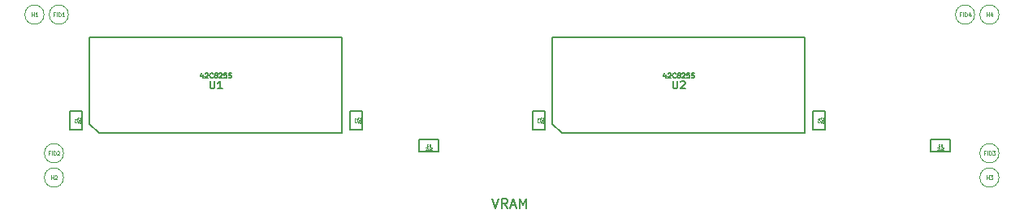
<source format=gbr>
G04 #@! TF.GenerationSoftware,KiCad,Pcbnew,(5.1.10-1-10_14)*
G04 #@! TF.CreationDate,2021-06-01T05:34:23-04:00*
G04 #@! TF.ProjectId,MacVRAMSIMM,4d616356-5241-44d5-9349-4d4d2e6b6963,rev?*
G04 #@! TF.SameCoordinates,Original*
G04 #@! TF.FileFunction,Other,Fab,Top*
%FSLAX46Y46*%
G04 Gerber Fmt 4.6, Leading zero omitted, Abs format (unit mm)*
G04 Created by KiCad (PCBNEW (5.1.10-1-10_14)) date 2021-06-01 05:34:23*
%MOMM*%
%LPD*%
G01*
G04 APERTURE LIST*
%ADD10C,0.150000*%
%ADD11C,0.100000*%
%ADD12C,0.063500*%
%ADD13C,0.203200*%
%ADD14C,0.127000*%
G04 APERTURE END LIST*
D10*
X164315000Y-123243500D02*
X164315000Y-121993500D01*
X164315000Y-121993500D02*
X166315000Y-121993500D01*
X166315000Y-121993500D02*
X166315000Y-123243500D01*
X166315000Y-123243500D02*
X164315000Y-123243500D01*
X112975000Y-123243500D02*
X110975000Y-123243500D01*
X112975000Y-121993500D02*
X112975000Y-123243500D01*
X110975000Y-121993500D02*
X112975000Y-121993500D01*
X110975000Y-123243500D02*
X110975000Y-121993500D01*
X77629000Y-121352000D02*
X76629000Y-120352000D01*
X77629000Y-121352000D02*
X102949000Y-121352000D01*
X102949000Y-111312000D02*
X102949000Y-121352000D01*
X76629000Y-111312000D02*
X102949000Y-111312000D01*
X76629000Y-120352000D02*
X76629000Y-111312000D01*
X124889000Y-120352000D02*
X124889000Y-111312000D01*
X124889000Y-111312000D02*
X151209000Y-111312000D01*
X151209000Y-111312000D02*
X151209000Y-121352000D01*
X125889000Y-121352000D02*
X151209000Y-121352000D01*
X125889000Y-121352000D02*
X124889000Y-120352000D01*
X75809000Y-121015000D02*
X74559000Y-121015000D01*
X74559000Y-121015000D02*
X74559000Y-119015000D01*
X74559000Y-119015000D02*
X75809000Y-119015000D01*
X75809000Y-119015000D02*
X75809000Y-121015000D01*
X153279000Y-119015000D02*
X153279000Y-121015000D01*
X152029000Y-119015000D02*
X153279000Y-119015000D01*
X152029000Y-121015000D02*
X152029000Y-119015000D01*
X153279000Y-121015000D02*
X152029000Y-121015000D01*
X124069000Y-119015000D02*
X124069000Y-121015000D01*
X122819000Y-119015000D02*
X124069000Y-119015000D01*
X122819000Y-121015000D02*
X122819000Y-119015000D01*
X124069000Y-121015000D02*
X122819000Y-121015000D01*
D11*
X73898000Y-123444000D02*
G75*
G03*
X73898000Y-123444000I-1000000J0D01*
G01*
X171434000Y-123444000D02*
G75*
G03*
X171434000Y-123444000I-1000000J0D01*
G01*
X168894000Y-108966000D02*
G75*
G03*
X168894000Y-108966000I-1000000J0D01*
G01*
X74406000Y-108966000D02*
G75*
G03*
X74406000Y-108966000I-1000000J0D01*
G01*
X73898000Y-125984000D02*
G75*
G03*
X73898000Y-125984000I-1000000J0D01*
G01*
X171434000Y-125984000D02*
G75*
G03*
X171434000Y-125984000I-1000000J0D01*
G01*
X71866000Y-108966000D02*
G75*
G03*
X71866000Y-108966000I-1000000J0D01*
G01*
X171434000Y-108966000D02*
G75*
G03*
X171434000Y-108966000I-1000000J0D01*
G01*
D10*
X105019000Y-121015000D02*
X103769000Y-121015000D01*
X103769000Y-121015000D02*
X103769000Y-119015000D01*
X103769000Y-119015000D02*
X105019000Y-119015000D01*
X105019000Y-119015000D02*
X105019000Y-121015000D01*
D12*
X165272666Y-122709214D02*
X165260571Y-122721309D01*
X165224285Y-122733404D01*
X165200095Y-122733404D01*
X165163809Y-122721309D01*
X165139619Y-122697119D01*
X165127523Y-122672928D01*
X165115428Y-122624547D01*
X165115428Y-122588261D01*
X165127523Y-122539880D01*
X165139619Y-122515690D01*
X165163809Y-122491500D01*
X165200095Y-122479404D01*
X165224285Y-122479404D01*
X165260571Y-122491500D01*
X165272666Y-122503595D01*
X165490380Y-122479404D02*
X165442000Y-122479404D01*
X165417809Y-122491500D01*
X165405714Y-122503595D01*
X165381523Y-122539880D01*
X165369428Y-122588261D01*
X165369428Y-122685023D01*
X165381523Y-122709214D01*
X165393619Y-122721309D01*
X165417809Y-122733404D01*
X165466190Y-122733404D01*
X165490380Y-122721309D01*
X165502476Y-122709214D01*
X165514571Y-122685023D01*
X165514571Y-122624547D01*
X165502476Y-122600357D01*
X165490380Y-122588261D01*
X165466190Y-122576166D01*
X165417809Y-122576166D01*
X165393619Y-122588261D01*
X165381523Y-122600357D01*
X165369428Y-122624547D01*
X165006571Y-122853595D02*
X165018666Y-122841500D01*
X165042857Y-122829404D01*
X165103333Y-122829404D01*
X165127523Y-122841500D01*
X165139619Y-122853595D01*
X165151714Y-122877785D01*
X165151714Y-122901976D01*
X165139619Y-122938261D01*
X164994476Y-123083404D01*
X165151714Y-123083404D01*
X165369428Y-122914071D02*
X165369428Y-123083404D01*
X165260571Y-122914071D02*
X165260571Y-123047119D01*
X165272666Y-123071309D01*
X165296857Y-123083404D01*
X165333142Y-123083404D01*
X165357333Y-123071309D01*
X165369428Y-123059214D01*
X165478285Y-122853595D02*
X165490380Y-122841500D01*
X165514571Y-122829404D01*
X165575047Y-122829404D01*
X165599238Y-122841500D01*
X165611333Y-122853595D01*
X165623428Y-122877785D01*
X165623428Y-122901976D01*
X165611333Y-122938261D01*
X165466190Y-123083404D01*
X165623428Y-123083404D01*
X111932666Y-122709214D02*
X111920571Y-122721309D01*
X111884285Y-122733404D01*
X111860095Y-122733404D01*
X111823809Y-122721309D01*
X111799619Y-122697119D01*
X111787523Y-122672928D01*
X111775428Y-122624547D01*
X111775428Y-122588261D01*
X111787523Y-122539880D01*
X111799619Y-122515690D01*
X111823809Y-122491500D01*
X111860095Y-122479404D01*
X111884285Y-122479404D01*
X111920571Y-122491500D01*
X111932666Y-122503595D01*
X112162476Y-122479404D02*
X112041523Y-122479404D01*
X112029428Y-122600357D01*
X112041523Y-122588261D01*
X112065714Y-122576166D01*
X112126190Y-122576166D01*
X112150380Y-122588261D01*
X112162476Y-122600357D01*
X112174571Y-122624547D01*
X112174571Y-122685023D01*
X112162476Y-122709214D01*
X112150380Y-122721309D01*
X112126190Y-122733404D01*
X112065714Y-122733404D01*
X112041523Y-122721309D01*
X112029428Y-122709214D01*
X111666571Y-122853595D02*
X111678666Y-122841500D01*
X111702857Y-122829404D01*
X111763333Y-122829404D01*
X111787523Y-122841500D01*
X111799619Y-122853595D01*
X111811714Y-122877785D01*
X111811714Y-122901976D01*
X111799619Y-122938261D01*
X111654476Y-123083404D01*
X111811714Y-123083404D01*
X112029428Y-122914071D02*
X112029428Y-123083404D01*
X111920571Y-122914071D02*
X111920571Y-123047119D01*
X111932666Y-123071309D01*
X111956857Y-123083404D01*
X111993142Y-123083404D01*
X112017333Y-123071309D01*
X112029428Y-123059214D01*
X112138285Y-122853595D02*
X112150380Y-122841500D01*
X112174571Y-122829404D01*
X112235047Y-122829404D01*
X112259238Y-122841500D01*
X112271333Y-122853595D01*
X112283428Y-122877785D01*
X112283428Y-122901976D01*
X112271333Y-122938261D01*
X112126190Y-123083404D01*
X112283428Y-123083404D01*
D13*
X89169723Y-115886895D02*
X89169723Y-116544876D01*
X89208428Y-116622285D01*
X89247133Y-116660990D01*
X89324542Y-116699695D01*
X89479361Y-116699695D01*
X89556771Y-116660990D01*
X89595476Y-116622285D01*
X89634180Y-116544876D01*
X89634180Y-115886895D01*
X90446980Y-116699695D02*
X89982523Y-116699695D01*
X90214752Y-116699695D02*
X90214752Y-115886895D01*
X90137342Y-116003009D01*
X90059933Y-116080419D01*
X89982523Y-116119123D01*
D14*
X88422238Y-115223142D02*
X88422238Y-115561809D01*
X88301285Y-115029619D02*
X88180333Y-115392476D01*
X88494809Y-115392476D01*
X88664142Y-115102190D02*
X88688333Y-115078000D01*
X88736714Y-115053809D01*
X88857666Y-115053809D01*
X88906047Y-115078000D01*
X88930238Y-115102190D01*
X88954428Y-115150571D01*
X88954428Y-115198952D01*
X88930238Y-115271523D01*
X88639952Y-115561809D01*
X88954428Y-115561809D01*
X89462428Y-115513428D02*
X89438238Y-115537619D01*
X89365666Y-115561809D01*
X89317285Y-115561809D01*
X89244714Y-115537619D01*
X89196333Y-115489238D01*
X89172142Y-115440857D01*
X89147952Y-115344095D01*
X89147952Y-115271523D01*
X89172142Y-115174761D01*
X89196333Y-115126380D01*
X89244714Y-115078000D01*
X89317285Y-115053809D01*
X89365666Y-115053809D01*
X89438238Y-115078000D01*
X89462428Y-115102190D01*
X89752714Y-115271523D02*
X89704333Y-115247333D01*
X89680142Y-115223142D01*
X89655952Y-115174761D01*
X89655952Y-115150571D01*
X89680142Y-115102190D01*
X89704333Y-115078000D01*
X89752714Y-115053809D01*
X89849476Y-115053809D01*
X89897857Y-115078000D01*
X89922047Y-115102190D01*
X89946238Y-115150571D01*
X89946238Y-115174761D01*
X89922047Y-115223142D01*
X89897857Y-115247333D01*
X89849476Y-115271523D01*
X89752714Y-115271523D01*
X89704333Y-115295714D01*
X89680142Y-115319904D01*
X89655952Y-115368285D01*
X89655952Y-115465047D01*
X89680142Y-115513428D01*
X89704333Y-115537619D01*
X89752714Y-115561809D01*
X89849476Y-115561809D01*
X89897857Y-115537619D01*
X89922047Y-115513428D01*
X89946238Y-115465047D01*
X89946238Y-115368285D01*
X89922047Y-115319904D01*
X89897857Y-115295714D01*
X89849476Y-115271523D01*
X90139761Y-115102190D02*
X90163952Y-115078000D01*
X90212333Y-115053809D01*
X90333285Y-115053809D01*
X90381666Y-115078000D01*
X90405857Y-115102190D01*
X90430047Y-115150571D01*
X90430047Y-115198952D01*
X90405857Y-115271523D01*
X90115571Y-115561809D01*
X90430047Y-115561809D01*
X90889666Y-115053809D02*
X90647761Y-115053809D01*
X90623571Y-115295714D01*
X90647761Y-115271523D01*
X90696142Y-115247333D01*
X90817095Y-115247333D01*
X90865476Y-115271523D01*
X90889666Y-115295714D01*
X90913857Y-115344095D01*
X90913857Y-115465047D01*
X90889666Y-115513428D01*
X90865476Y-115537619D01*
X90817095Y-115561809D01*
X90696142Y-115561809D01*
X90647761Y-115537619D01*
X90623571Y-115513428D01*
X91373476Y-115053809D02*
X91131571Y-115053809D01*
X91107380Y-115295714D01*
X91131571Y-115271523D01*
X91179952Y-115247333D01*
X91300904Y-115247333D01*
X91349285Y-115271523D01*
X91373476Y-115295714D01*
X91397666Y-115344095D01*
X91397666Y-115465047D01*
X91373476Y-115513428D01*
X91349285Y-115537619D01*
X91300904Y-115561809D01*
X91179952Y-115561809D01*
X91131571Y-115537619D01*
X91107380Y-115513428D01*
D10*
X118613466Y-128179580D02*
X118946800Y-129179580D01*
X119280133Y-128179580D01*
X120184895Y-129179580D02*
X119851561Y-128703390D01*
X119613466Y-129179580D02*
X119613466Y-128179580D01*
X119994419Y-128179580D01*
X120089657Y-128227200D01*
X120137276Y-128274819D01*
X120184895Y-128370057D01*
X120184895Y-128512914D01*
X120137276Y-128608152D01*
X120089657Y-128655771D01*
X119994419Y-128703390D01*
X119613466Y-128703390D01*
X120565847Y-128893866D02*
X121042038Y-128893866D01*
X120470609Y-129179580D02*
X120803942Y-128179580D01*
X121137276Y-129179580D01*
X121470609Y-129179580D02*
X121470609Y-128179580D01*
X121803942Y-128893866D01*
X122137276Y-128179580D01*
X122137276Y-129179580D01*
D13*
X137429723Y-115886895D02*
X137429723Y-116544876D01*
X137468428Y-116622285D01*
X137507133Y-116660990D01*
X137584542Y-116699695D01*
X137739361Y-116699695D01*
X137816771Y-116660990D01*
X137855476Y-116622285D01*
X137894180Y-116544876D01*
X137894180Y-115886895D01*
X138242523Y-115964304D02*
X138281228Y-115925600D01*
X138358638Y-115886895D01*
X138552161Y-115886895D01*
X138629571Y-115925600D01*
X138668276Y-115964304D01*
X138706980Y-116041714D01*
X138706980Y-116119123D01*
X138668276Y-116235238D01*
X138203819Y-116699695D01*
X138706980Y-116699695D01*
D14*
X136682238Y-115223142D02*
X136682238Y-115561809D01*
X136561285Y-115029619D02*
X136440333Y-115392476D01*
X136754809Y-115392476D01*
X136924142Y-115102190D02*
X136948333Y-115078000D01*
X136996714Y-115053809D01*
X137117666Y-115053809D01*
X137166047Y-115078000D01*
X137190238Y-115102190D01*
X137214428Y-115150571D01*
X137214428Y-115198952D01*
X137190238Y-115271523D01*
X136899952Y-115561809D01*
X137214428Y-115561809D01*
X137722428Y-115513428D02*
X137698238Y-115537619D01*
X137625666Y-115561809D01*
X137577285Y-115561809D01*
X137504714Y-115537619D01*
X137456333Y-115489238D01*
X137432142Y-115440857D01*
X137407952Y-115344095D01*
X137407952Y-115271523D01*
X137432142Y-115174761D01*
X137456333Y-115126380D01*
X137504714Y-115078000D01*
X137577285Y-115053809D01*
X137625666Y-115053809D01*
X137698238Y-115078000D01*
X137722428Y-115102190D01*
X138012714Y-115271523D02*
X137964333Y-115247333D01*
X137940142Y-115223142D01*
X137915952Y-115174761D01*
X137915952Y-115150571D01*
X137940142Y-115102190D01*
X137964333Y-115078000D01*
X138012714Y-115053809D01*
X138109476Y-115053809D01*
X138157857Y-115078000D01*
X138182047Y-115102190D01*
X138206238Y-115150571D01*
X138206238Y-115174761D01*
X138182047Y-115223142D01*
X138157857Y-115247333D01*
X138109476Y-115271523D01*
X138012714Y-115271523D01*
X137964333Y-115295714D01*
X137940142Y-115319904D01*
X137915952Y-115368285D01*
X137915952Y-115465047D01*
X137940142Y-115513428D01*
X137964333Y-115537619D01*
X138012714Y-115561809D01*
X138109476Y-115561809D01*
X138157857Y-115537619D01*
X138182047Y-115513428D01*
X138206238Y-115465047D01*
X138206238Y-115368285D01*
X138182047Y-115319904D01*
X138157857Y-115295714D01*
X138109476Y-115271523D01*
X138399761Y-115102190D02*
X138423952Y-115078000D01*
X138472333Y-115053809D01*
X138593285Y-115053809D01*
X138641666Y-115078000D01*
X138665857Y-115102190D01*
X138690047Y-115150571D01*
X138690047Y-115198952D01*
X138665857Y-115271523D01*
X138375571Y-115561809D01*
X138690047Y-115561809D01*
X139149666Y-115053809D02*
X138907761Y-115053809D01*
X138883571Y-115295714D01*
X138907761Y-115271523D01*
X138956142Y-115247333D01*
X139077095Y-115247333D01*
X139125476Y-115271523D01*
X139149666Y-115295714D01*
X139173857Y-115344095D01*
X139173857Y-115465047D01*
X139149666Y-115513428D01*
X139125476Y-115537619D01*
X139077095Y-115561809D01*
X138956142Y-115561809D01*
X138907761Y-115537619D01*
X138883571Y-115513428D01*
X139633476Y-115053809D02*
X139391571Y-115053809D01*
X139367380Y-115295714D01*
X139391571Y-115271523D01*
X139439952Y-115247333D01*
X139560904Y-115247333D01*
X139609285Y-115271523D01*
X139633476Y-115295714D01*
X139657666Y-115344095D01*
X139657666Y-115465047D01*
X139633476Y-115513428D01*
X139609285Y-115537619D01*
X139560904Y-115561809D01*
X139439952Y-115561809D01*
X139391571Y-115537619D01*
X139367380Y-115513428D01*
D12*
X75274714Y-120057333D02*
X75286809Y-120069428D01*
X75298904Y-120105714D01*
X75298904Y-120129904D01*
X75286809Y-120166190D01*
X75262619Y-120190380D01*
X75238428Y-120202476D01*
X75190047Y-120214571D01*
X75153761Y-120214571D01*
X75105380Y-120202476D01*
X75081190Y-120190380D01*
X75057000Y-120166190D01*
X75044904Y-120129904D01*
X75044904Y-120105714D01*
X75057000Y-120069428D01*
X75069095Y-120057333D01*
X75298904Y-119815428D02*
X75298904Y-119960571D01*
X75298904Y-119888000D02*
X75044904Y-119888000D01*
X75081190Y-119912190D01*
X75105380Y-119936380D01*
X75117476Y-119960571D01*
X75419095Y-120323428D02*
X75407000Y-120311333D01*
X75394904Y-120287142D01*
X75394904Y-120226666D01*
X75407000Y-120202476D01*
X75419095Y-120190380D01*
X75443285Y-120178285D01*
X75467476Y-120178285D01*
X75503761Y-120190380D01*
X75648904Y-120335523D01*
X75648904Y-120178285D01*
X75479571Y-119960571D02*
X75648904Y-119960571D01*
X75479571Y-120069428D02*
X75612619Y-120069428D01*
X75636809Y-120057333D01*
X75648904Y-120033142D01*
X75648904Y-119996857D01*
X75636809Y-119972666D01*
X75624714Y-119960571D01*
X75419095Y-119851714D02*
X75407000Y-119839619D01*
X75394904Y-119815428D01*
X75394904Y-119754952D01*
X75407000Y-119730761D01*
X75419095Y-119718666D01*
X75443285Y-119706571D01*
X75467476Y-119706571D01*
X75503761Y-119718666D01*
X75648904Y-119863809D01*
X75648904Y-119706571D01*
X152744714Y-120057333D02*
X152756809Y-120069428D01*
X152768904Y-120105714D01*
X152768904Y-120129904D01*
X152756809Y-120166190D01*
X152732619Y-120190380D01*
X152708428Y-120202476D01*
X152660047Y-120214571D01*
X152623761Y-120214571D01*
X152575380Y-120202476D01*
X152551190Y-120190380D01*
X152527000Y-120166190D01*
X152514904Y-120129904D01*
X152514904Y-120105714D01*
X152527000Y-120069428D01*
X152539095Y-120057333D01*
X152599571Y-119839619D02*
X152768904Y-119839619D01*
X152502809Y-119900095D02*
X152684238Y-119960571D01*
X152684238Y-119803333D01*
X152889095Y-120323428D02*
X152877000Y-120311333D01*
X152864904Y-120287142D01*
X152864904Y-120226666D01*
X152877000Y-120202476D01*
X152889095Y-120190380D01*
X152913285Y-120178285D01*
X152937476Y-120178285D01*
X152973761Y-120190380D01*
X153118904Y-120335523D01*
X153118904Y-120178285D01*
X152949571Y-119960571D02*
X153118904Y-119960571D01*
X152949571Y-120069428D02*
X153082619Y-120069428D01*
X153106809Y-120057333D01*
X153118904Y-120033142D01*
X153118904Y-119996857D01*
X153106809Y-119972666D01*
X153094714Y-119960571D01*
X152889095Y-119851714D02*
X152877000Y-119839619D01*
X152864904Y-119815428D01*
X152864904Y-119754952D01*
X152877000Y-119730761D01*
X152889095Y-119718666D01*
X152913285Y-119706571D01*
X152937476Y-119706571D01*
X152973761Y-119718666D01*
X153118904Y-119863809D01*
X153118904Y-119706571D01*
X123534714Y-120057333D02*
X123546809Y-120069428D01*
X123558904Y-120105714D01*
X123558904Y-120129904D01*
X123546809Y-120166190D01*
X123522619Y-120190380D01*
X123498428Y-120202476D01*
X123450047Y-120214571D01*
X123413761Y-120214571D01*
X123365380Y-120202476D01*
X123341190Y-120190380D01*
X123317000Y-120166190D01*
X123304904Y-120129904D01*
X123304904Y-120105714D01*
X123317000Y-120069428D01*
X123329095Y-120057333D01*
X123304904Y-119972666D02*
X123304904Y-119815428D01*
X123401666Y-119900095D01*
X123401666Y-119863809D01*
X123413761Y-119839619D01*
X123425857Y-119827523D01*
X123450047Y-119815428D01*
X123510523Y-119815428D01*
X123534714Y-119827523D01*
X123546809Y-119839619D01*
X123558904Y-119863809D01*
X123558904Y-119936380D01*
X123546809Y-119960571D01*
X123534714Y-119972666D01*
X123679095Y-120323428D02*
X123667000Y-120311333D01*
X123654904Y-120287142D01*
X123654904Y-120226666D01*
X123667000Y-120202476D01*
X123679095Y-120190380D01*
X123703285Y-120178285D01*
X123727476Y-120178285D01*
X123763761Y-120190380D01*
X123908904Y-120335523D01*
X123908904Y-120178285D01*
X123739571Y-119960571D02*
X123908904Y-119960571D01*
X123739571Y-120069428D02*
X123872619Y-120069428D01*
X123896809Y-120057333D01*
X123908904Y-120033142D01*
X123908904Y-119996857D01*
X123896809Y-119972666D01*
X123884714Y-119960571D01*
X123679095Y-119851714D02*
X123667000Y-119839619D01*
X123654904Y-119815428D01*
X123654904Y-119754952D01*
X123667000Y-119730761D01*
X123679095Y-119718666D01*
X123703285Y-119706571D01*
X123727476Y-119706571D01*
X123763761Y-119718666D01*
X123908904Y-119863809D01*
X123908904Y-119706571D01*
D11*
X72469428Y-123415428D02*
X72336095Y-123415428D01*
X72336095Y-123624952D02*
X72336095Y-123224952D01*
X72526571Y-123224952D01*
X72678952Y-123624952D02*
X72678952Y-123224952D01*
X72869428Y-123624952D02*
X72869428Y-123224952D01*
X72964666Y-123224952D01*
X73021809Y-123244000D01*
X73059904Y-123282095D01*
X73078952Y-123320190D01*
X73098000Y-123396380D01*
X73098000Y-123453523D01*
X73078952Y-123529714D01*
X73059904Y-123567809D01*
X73021809Y-123605904D01*
X72964666Y-123624952D01*
X72869428Y-123624952D01*
X73250380Y-123263047D02*
X73269428Y-123244000D01*
X73307523Y-123224952D01*
X73402761Y-123224952D01*
X73440857Y-123244000D01*
X73459904Y-123263047D01*
X73478952Y-123301142D01*
X73478952Y-123339238D01*
X73459904Y-123396380D01*
X73231333Y-123624952D01*
X73478952Y-123624952D01*
X170005428Y-123415428D02*
X169872095Y-123415428D01*
X169872095Y-123624952D02*
X169872095Y-123224952D01*
X170062571Y-123224952D01*
X170214952Y-123624952D02*
X170214952Y-123224952D01*
X170405428Y-123624952D02*
X170405428Y-123224952D01*
X170500666Y-123224952D01*
X170557809Y-123244000D01*
X170595904Y-123282095D01*
X170614952Y-123320190D01*
X170634000Y-123396380D01*
X170634000Y-123453523D01*
X170614952Y-123529714D01*
X170595904Y-123567809D01*
X170557809Y-123605904D01*
X170500666Y-123624952D01*
X170405428Y-123624952D01*
X170767333Y-123224952D02*
X171014952Y-123224952D01*
X170881619Y-123377333D01*
X170938761Y-123377333D01*
X170976857Y-123396380D01*
X170995904Y-123415428D01*
X171014952Y-123453523D01*
X171014952Y-123548761D01*
X170995904Y-123586857D01*
X170976857Y-123605904D01*
X170938761Y-123624952D01*
X170824476Y-123624952D01*
X170786380Y-123605904D01*
X170767333Y-123586857D01*
X167465428Y-108937428D02*
X167332095Y-108937428D01*
X167332095Y-109146952D02*
X167332095Y-108746952D01*
X167522571Y-108746952D01*
X167674952Y-109146952D02*
X167674952Y-108746952D01*
X167865428Y-109146952D02*
X167865428Y-108746952D01*
X167960666Y-108746952D01*
X168017809Y-108766000D01*
X168055904Y-108804095D01*
X168074952Y-108842190D01*
X168094000Y-108918380D01*
X168094000Y-108975523D01*
X168074952Y-109051714D01*
X168055904Y-109089809D01*
X168017809Y-109127904D01*
X167960666Y-109146952D01*
X167865428Y-109146952D01*
X168436857Y-108880285D02*
X168436857Y-109146952D01*
X168341619Y-108727904D02*
X168246380Y-109013619D01*
X168494000Y-109013619D01*
X72977428Y-108937428D02*
X72844095Y-108937428D01*
X72844095Y-109146952D02*
X72844095Y-108746952D01*
X73034571Y-108746952D01*
X73186952Y-109146952D02*
X73186952Y-108746952D01*
X73377428Y-109146952D02*
X73377428Y-108746952D01*
X73472666Y-108746952D01*
X73529809Y-108766000D01*
X73567904Y-108804095D01*
X73586952Y-108842190D01*
X73606000Y-108918380D01*
X73606000Y-108975523D01*
X73586952Y-109051714D01*
X73567904Y-109089809D01*
X73529809Y-109127904D01*
X73472666Y-109146952D01*
X73377428Y-109146952D01*
X73986952Y-109146952D02*
X73758380Y-109146952D01*
X73872666Y-109146952D02*
X73872666Y-108746952D01*
X73834571Y-108804095D01*
X73796476Y-108842190D01*
X73758380Y-108861238D01*
X72593238Y-126164952D02*
X72593238Y-125764952D01*
X72593238Y-125955428D02*
X72821809Y-125955428D01*
X72821809Y-126164952D02*
X72821809Y-125764952D01*
X72993238Y-125803047D02*
X73012285Y-125784000D01*
X73050380Y-125764952D01*
X73145619Y-125764952D01*
X73183714Y-125784000D01*
X73202761Y-125803047D01*
X73221809Y-125841142D01*
X73221809Y-125879238D01*
X73202761Y-125936380D01*
X72974190Y-126164952D01*
X73221809Y-126164952D01*
X170129238Y-126164952D02*
X170129238Y-125764952D01*
X170129238Y-125955428D02*
X170357809Y-125955428D01*
X170357809Y-126164952D02*
X170357809Y-125764952D01*
X170510190Y-125764952D02*
X170757809Y-125764952D01*
X170624476Y-125917333D01*
X170681619Y-125917333D01*
X170719714Y-125936380D01*
X170738761Y-125955428D01*
X170757809Y-125993523D01*
X170757809Y-126088761D01*
X170738761Y-126126857D01*
X170719714Y-126145904D01*
X170681619Y-126164952D01*
X170567333Y-126164952D01*
X170529238Y-126145904D01*
X170510190Y-126126857D01*
X70561238Y-109146952D02*
X70561238Y-108746952D01*
X70561238Y-108937428D02*
X70789809Y-108937428D01*
X70789809Y-109146952D02*
X70789809Y-108746952D01*
X71189809Y-109146952D02*
X70961238Y-109146952D01*
X71075523Y-109146952D02*
X71075523Y-108746952D01*
X71037428Y-108804095D01*
X70999333Y-108842190D01*
X70961238Y-108861238D01*
X170129238Y-109146952D02*
X170129238Y-108746952D01*
X170129238Y-108937428D02*
X170357809Y-108937428D01*
X170357809Y-109146952D02*
X170357809Y-108746952D01*
X170719714Y-108880285D02*
X170719714Y-109146952D01*
X170624476Y-108727904D02*
X170529238Y-109013619D01*
X170776857Y-109013619D01*
D12*
X104484714Y-120057333D02*
X104496809Y-120069428D01*
X104508904Y-120105714D01*
X104508904Y-120129904D01*
X104496809Y-120166190D01*
X104472619Y-120190380D01*
X104448428Y-120202476D01*
X104400047Y-120214571D01*
X104363761Y-120214571D01*
X104315380Y-120202476D01*
X104291190Y-120190380D01*
X104267000Y-120166190D01*
X104254904Y-120129904D01*
X104254904Y-120105714D01*
X104267000Y-120069428D01*
X104279095Y-120057333D01*
X104279095Y-119960571D02*
X104267000Y-119948476D01*
X104254904Y-119924285D01*
X104254904Y-119863809D01*
X104267000Y-119839619D01*
X104279095Y-119827523D01*
X104303285Y-119815428D01*
X104327476Y-119815428D01*
X104363761Y-119827523D01*
X104508904Y-119972666D01*
X104508904Y-119815428D01*
X104629095Y-120323428D02*
X104617000Y-120311333D01*
X104604904Y-120287142D01*
X104604904Y-120226666D01*
X104617000Y-120202476D01*
X104629095Y-120190380D01*
X104653285Y-120178285D01*
X104677476Y-120178285D01*
X104713761Y-120190380D01*
X104858904Y-120335523D01*
X104858904Y-120178285D01*
X104689571Y-119960571D02*
X104858904Y-119960571D01*
X104689571Y-120069428D02*
X104822619Y-120069428D01*
X104846809Y-120057333D01*
X104858904Y-120033142D01*
X104858904Y-119996857D01*
X104846809Y-119972666D01*
X104834714Y-119960571D01*
X104629095Y-119851714D02*
X104617000Y-119839619D01*
X104604904Y-119815428D01*
X104604904Y-119754952D01*
X104617000Y-119730761D01*
X104629095Y-119718666D01*
X104653285Y-119706571D01*
X104677476Y-119706571D01*
X104713761Y-119718666D01*
X104858904Y-119863809D01*
X104858904Y-119706571D01*
M02*

</source>
